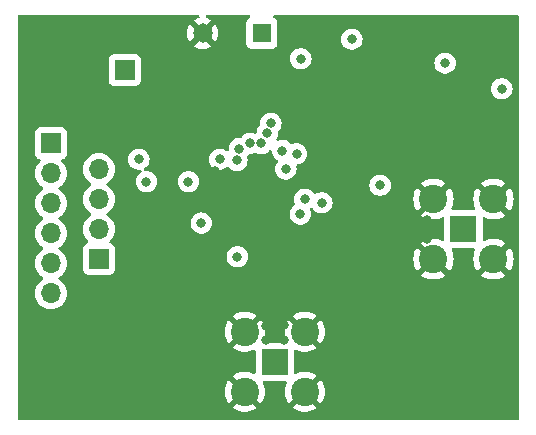
<source format=gbr>
%TF.GenerationSoftware,KiCad,Pcbnew,7.0.5*%
%TF.CreationDate,2023-11-05T09:22:56-05:00*%
%TF.ProjectId,radio,72616469-6f2e-46b6-9963-61645f706362,rev?*%
%TF.SameCoordinates,Original*%
%TF.FileFunction,Copper,L2,Inr*%
%TF.FilePolarity,Positive*%
%FSLAX46Y46*%
G04 Gerber Fmt 4.6, Leading zero omitted, Abs format (unit mm)*
G04 Created by KiCad (PCBNEW 7.0.5) date 2023-11-05 09:22:56*
%MOMM*%
%LPD*%
G01*
G04 APERTURE LIST*
%TA.AperFunction,ComponentPad*%
%ADD10R,1.700000X1.700000*%
%TD*%
%TA.AperFunction,ComponentPad*%
%ADD11O,1.700000X1.700000*%
%TD*%
%TA.AperFunction,ComponentPad*%
%ADD12R,2.250000X2.250000*%
%TD*%
%TA.AperFunction,ComponentPad*%
%ADD13C,2.400000*%
%TD*%
%TA.AperFunction,ComponentPad*%
%ADD14R,1.650000X1.650000*%
%TD*%
%TA.AperFunction,ComponentPad*%
%ADD15C,1.650000*%
%TD*%
%TA.AperFunction,ViaPad*%
%ADD16C,0.800000*%
%TD*%
G04 APERTURE END LIST*
D10*
%TO.N,Net-(J2-Pin_1)*%
%TO.C,J2*%
X105079800Y-90119200D03*
D11*
%TO.N,Net-(J2-Pin_2)*%
X105079800Y-87579200D03*
%TO.N,Net-(J2-Pin_3)*%
X105079800Y-85039200D03*
%TO.N,Net-(J2-Pin_4)*%
X105079800Y-82499200D03*
%TD*%
D10*
%TO.N,Antenna_State*%
%TO.C,J3*%
X107264200Y-74091800D03*
%TD*%
D12*
%TO.N,Power_Amp_In*%
%TO.C,J6*%
X119964200Y-98806000D03*
D13*
%TO.N,GND*%
X122504200Y-96266000D03*
X117424200Y-96266000D03*
X117424200Y-101346000D03*
X122504200Y-101346000D03*
%TD*%
D12*
%TO.N,LNA_OUTPUT*%
%TO.C,J5*%
X135940800Y-87579200D03*
D13*
%TO.N,GND*%
X133400800Y-85039200D03*
X133400800Y-90119200D03*
X138480800Y-90119200D03*
X138480800Y-85039200D03*
%TD*%
D10*
%TO.N,/DIO0*%
%TO.C,J1*%
X101015800Y-80314800D03*
D11*
%TO.N,/DIO1*%
X101015800Y-82854800D03*
%TO.N,/DIO2*%
X101015800Y-85394800D03*
%TO.N,/DIO3*%
X101015800Y-87934800D03*
%TO.N,/DIO4*%
X101015800Y-90474800D03*
%TO.N,/DIO5*%
X101015800Y-93014800D03*
%TD*%
D14*
%TO.N,+3.3V*%
%TO.C,J4*%
X118849300Y-70993000D03*
D15*
%TO.N,GND*%
X113849300Y-70993000D03*
%TD*%
D16*
%TO.N,GND*%
X128828800Y-86817200D03*
X129540000Y-94488000D03*
X129032000Y-89916000D03*
X131394200Y-86817200D03*
X130073400Y-86817200D03*
X112268000Y-92456000D03*
X100076000Y-71628000D03*
X110744000Y-102616000D03*
X131064000Y-100584000D03*
X111760000Y-90932000D03*
X120777000Y-90792300D03*
X130556000Y-79248000D03*
X126263400Y-86817200D03*
X120777000Y-93256100D03*
X134620000Y-95504000D03*
X107696000Y-90932000D03*
X120980200Y-88442800D03*
X127000000Y-101092000D03*
X139018507Y-70787274D03*
X105156000Y-76708000D03*
X112776000Y-96520000D03*
X103632000Y-98044000D03*
X102108000Y-96520000D03*
X114300000Y-88900000D03*
X132842000Y-86817200D03*
X136652000Y-93472000D03*
X133096000Y-80264000D03*
X135128000Y-97536000D03*
X125831600Y-81355100D03*
X140208000Y-74168000D03*
X135082844Y-78731483D03*
X114808000Y-95504000D03*
X117856000Y-76708000D03*
X138176000Y-79248000D03*
X112776000Y-98552000D03*
X120777000Y-95719900D03*
X120777000Y-89560400D03*
X124714000Y-71755000D03*
X105156000Y-100076000D03*
X108712000Y-98044000D03*
X132816600Y-88442800D03*
X114808000Y-92964000D03*
X128803400Y-82574300D03*
X119227600Y-93306900D03*
X123469400Y-88442800D03*
X116840000Y-92964000D03*
X137160000Y-80264000D03*
X122224800Y-88442800D03*
X106172000Y-98044000D03*
X119227600Y-95770700D03*
X135255000Y-71425900D03*
X119227600Y-90843100D03*
X129032000Y-78232000D03*
X134620000Y-101092000D03*
X111252000Y-94488000D03*
X114808000Y-100076000D03*
X124790200Y-88442800D03*
X135229600Y-76277300D03*
X113792000Y-76708000D03*
X120777000Y-96951800D03*
X124815600Y-86817200D03*
X127508000Y-97536000D03*
X131572000Y-97536000D03*
X107188000Y-99568000D03*
X99568000Y-96012000D03*
X131368800Y-88442800D03*
X127584200Y-86817200D03*
X108712000Y-94488000D03*
X119227600Y-89611200D03*
X114935000Y-82677000D03*
X109220000Y-88900000D03*
X104140000Y-102108000D03*
X127508000Y-80264000D03*
X138176000Y-96520000D03*
X130048000Y-88442800D03*
X100076000Y-75184000D03*
X124460000Y-91948000D03*
X120777000Y-92024200D03*
X100076000Y-98552000D03*
X104648000Y-96012000D03*
X132588000Y-93472000D03*
X125984000Y-93980000D03*
X110236000Y-92456000D03*
X135128000Y-81280000D03*
X126238000Y-88442800D03*
X125552200Y-80161300D03*
X119227600Y-97002600D03*
X102108000Y-100076000D03*
X113284000Y-94488000D03*
X110744000Y-97536000D03*
X107460319Y-76490342D03*
X100076000Y-101092000D03*
X107696000Y-102108000D03*
X128803400Y-88442800D03*
X103632000Y-70612000D03*
X125984000Y-89916000D03*
X137160000Y-99568000D03*
X128016000Y-91948000D03*
X111013348Y-76781872D03*
X119227600Y-94538800D03*
X107188000Y-96012000D03*
X101600000Y-102616000D03*
X109728000Y-100076000D03*
X131572000Y-81788000D03*
X129311700Y-71526700D03*
X122936000Y-89916000D03*
X110744000Y-87884000D03*
X112776000Y-101092000D03*
X119227600Y-92075000D03*
X109728000Y-96012000D03*
X101611486Y-73684360D03*
X114808000Y-97536000D03*
X120777000Y-94488000D03*
X127558800Y-88442800D03*
%TO.N,Net-(U1-VR_DIG)*%
X122503519Y-85051400D03*
X121818400Y-81203800D03*
%TO.N,Net-(U1-VR_ANA)*%
X123952000Y-85344000D03*
X120611900Y-80924400D03*
%TO.N,+3.3V*%
X112649000Y-83566000D03*
X122174000Y-73152000D03*
X139192000Y-75692000D03*
X108458000Y-81661000D03*
X109093000Y-83566000D03*
X115316000Y-81661000D03*
X122123200Y-86308100D03*
X116789200Y-89916000D03*
X128879600Y-83869700D03*
%TO.N,Antenna_State*%
X126492000Y-71501000D03*
X113741200Y-87071200D03*
%TO.N,/DIO0*%
X119634000Y-78613000D03*
%TO.N,/DIO1*%
X119316155Y-79483277D03*
%TO.N,/DIO2*%
X118831598Y-80316858D03*
%TO.N,/DIO3*%
X117905121Y-80310031D03*
%TO.N,/DIO4*%
X116967000Y-80765100D03*
%TO.N,/DIO5*%
X116755700Y-81764312D03*
%TO.N,Net-(U1-~{RESET})*%
X134391400Y-73534100D03*
X120904000Y-82499200D03*
%TD*%
%TA.AperFunction,Conductor*%
%TO.N,GND*%
G36*
X113540838Y-69489185D02*
G01*
X113586593Y-69541989D01*
X113596537Y-69611147D01*
X113567512Y-69674703D01*
X113508734Y-69712477D01*
X113505892Y-69713275D01*
X113394399Y-69743148D01*
X113394390Y-69743152D01*
X113184271Y-69841132D01*
X113184269Y-69841133D01*
X113105877Y-69896024D01*
X113105876Y-69896024D01*
X113601765Y-70391913D01*
X113533671Y-70418874D01*
X113400808Y-70515405D01*
X113296125Y-70641945D01*
X113247668Y-70744920D01*
X112752324Y-70249576D01*
X112752324Y-70249577D01*
X112697433Y-70327969D01*
X112697432Y-70327971D01*
X112599452Y-70538090D01*
X112599448Y-70538099D01*
X112539447Y-70762031D01*
X112539445Y-70762041D01*
X112519239Y-70992999D01*
X112519239Y-70993000D01*
X112539445Y-71223958D01*
X112539447Y-71223968D01*
X112599448Y-71447900D01*
X112599452Y-71447909D01*
X112697432Y-71658029D01*
X112697433Y-71658031D01*
X112752323Y-71736422D01*
X112752324Y-71736423D01*
X113246752Y-71241994D01*
X113256488Y-71271956D01*
X113344486Y-71410619D01*
X113464203Y-71523040D01*
X113598810Y-71597041D01*
X113105875Y-72089975D01*
X113184273Y-72144868D01*
X113394390Y-72242847D01*
X113394399Y-72242851D01*
X113618331Y-72302852D01*
X113618341Y-72302854D01*
X113849299Y-72323061D01*
X113849301Y-72323061D01*
X114080258Y-72302854D01*
X114080268Y-72302852D01*
X114304200Y-72242851D01*
X114304209Y-72242847D01*
X114514330Y-72144867D01*
X114592723Y-72089975D01*
X114096834Y-71594086D01*
X114164929Y-71567126D01*
X114297792Y-71470595D01*
X114402475Y-71344055D01*
X114450931Y-71241079D01*
X114946275Y-71736423D01*
X115001167Y-71658030D01*
X115099147Y-71447909D01*
X115099151Y-71447900D01*
X115159152Y-71223968D01*
X115159154Y-71223958D01*
X115179361Y-70993000D01*
X115179361Y-70992999D01*
X115159154Y-70762041D01*
X115159152Y-70762031D01*
X115099151Y-70538099D01*
X115099147Y-70538090D01*
X115001168Y-70327972D01*
X114946274Y-70249576D01*
X114451846Y-70744004D01*
X114442112Y-70714044D01*
X114354114Y-70575381D01*
X114234397Y-70462960D01*
X114099789Y-70388958D01*
X114592723Y-69896024D01*
X114592722Y-69896023D01*
X114514331Y-69841133D01*
X114514329Y-69841132D01*
X114304209Y-69743152D01*
X114304200Y-69743148D01*
X114192708Y-69713275D01*
X114133048Y-69676910D01*
X114102518Y-69614064D01*
X114110812Y-69544688D01*
X114155297Y-69490810D01*
X114221849Y-69469535D01*
X114224801Y-69469500D01*
X117777571Y-69469500D01*
X117844610Y-69489185D01*
X117890365Y-69541989D01*
X117900309Y-69611147D01*
X117871284Y-69674703D01*
X117820904Y-69709682D01*
X117781971Y-69724202D01*
X117781964Y-69724206D01*
X117666755Y-69810452D01*
X117666752Y-69810455D01*
X117580506Y-69925664D01*
X117580502Y-69925671D01*
X117530208Y-70060517D01*
X117523801Y-70120116D01*
X117523801Y-70120123D01*
X117523800Y-70120135D01*
X117523800Y-71865870D01*
X117523801Y-71865876D01*
X117530208Y-71925483D01*
X117580502Y-72060328D01*
X117580506Y-72060335D01*
X117666752Y-72175544D01*
X117666755Y-72175547D01*
X117781964Y-72261793D01*
X117781971Y-72261797D01*
X117916817Y-72312091D01*
X117916816Y-72312091D01*
X117923744Y-72312835D01*
X117976427Y-72318500D01*
X119722172Y-72318499D01*
X119781783Y-72312091D01*
X119916631Y-72261796D01*
X120031846Y-72175546D01*
X120118096Y-72060331D01*
X120168391Y-71925483D01*
X120174800Y-71865873D01*
X120174800Y-71501000D01*
X125586540Y-71501000D01*
X125606326Y-71689256D01*
X125606327Y-71689259D01*
X125664818Y-71869277D01*
X125664821Y-71869284D01*
X125759467Y-72033216D01*
X125859998Y-72144867D01*
X125886129Y-72173888D01*
X126039265Y-72285148D01*
X126039270Y-72285151D01*
X126212192Y-72362142D01*
X126212197Y-72362144D01*
X126397354Y-72401500D01*
X126397355Y-72401500D01*
X126586644Y-72401500D01*
X126586646Y-72401500D01*
X126771803Y-72362144D01*
X126944730Y-72285151D01*
X127097871Y-72173888D01*
X127224533Y-72033216D01*
X127319179Y-71869284D01*
X127377674Y-71689256D01*
X127397460Y-71501000D01*
X127377674Y-71312744D01*
X127319179Y-71132716D01*
X127224533Y-70968784D01*
X127097871Y-70828112D01*
X127097870Y-70828111D01*
X126944734Y-70716851D01*
X126944729Y-70716848D01*
X126771807Y-70639857D01*
X126771802Y-70639855D01*
X126626001Y-70608865D01*
X126586646Y-70600500D01*
X126397354Y-70600500D01*
X126364897Y-70607398D01*
X126212197Y-70639855D01*
X126212192Y-70639857D01*
X126039270Y-70716848D01*
X126039265Y-70716851D01*
X125886129Y-70828111D01*
X125759466Y-70968785D01*
X125664821Y-71132715D01*
X125664818Y-71132722D01*
X125606327Y-71312740D01*
X125606326Y-71312744D01*
X125586540Y-71501000D01*
X120174800Y-71501000D01*
X120174799Y-70120128D01*
X120168391Y-70060517D01*
X120118096Y-69925669D01*
X120118095Y-69925668D01*
X120118093Y-69925664D01*
X120031847Y-69810455D01*
X120031844Y-69810452D01*
X119916635Y-69724206D01*
X119916628Y-69724202D01*
X119877696Y-69709682D01*
X119821763Y-69667811D01*
X119797345Y-69602347D01*
X119812196Y-69534074D01*
X119861601Y-69484668D01*
X119921029Y-69469500D01*
X140502600Y-69469500D01*
X140569639Y-69489185D01*
X140615394Y-69541989D01*
X140626600Y-69593500D01*
X140626600Y-103609100D01*
X140606915Y-103676139D01*
X140554111Y-103721894D01*
X140502600Y-103733100D01*
X98308200Y-103733100D01*
X98241161Y-103713415D01*
X98195406Y-103660611D01*
X98184200Y-103609100D01*
X98184200Y-101346004D01*
X115719433Y-101346004D01*
X115738473Y-101600079D01*
X115795168Y-101848477D01*
X115795173Y-101848494D01*
X115888258Y-102085671D01*
X115888257Y-102085671D01*
X116015657Y-102306332D01*
X116057652Y-102358993D01*
X116707538Y-101709107D01*
X116794777Y-101847948D01*
X116922252Y-101975423D01*
X117061090Y-102062660D01*
X116411013Y-102712737D01*
X116571823Y-102822375D01*
X116571824Y-102822376D01*
X116801376Y-102932921D01*
X116801374Y-102932921D01*
X117044852Y-103008024D01*
X117044858Y-103008026D01*
X117296795Y-103045999D01*
X117296804Y-103046000D01*
X117551596Y-103046000D01*
X117551604Y-103045999D01*
X117803541Y-103008026D01*
X117803547Y-103008024D01*
X118047024Y-102932921D01*
X118276581Y-102822373D01*
X118437385Y-102712737D01*
X117787308Y-102062661D01*
X117926148Y-101975423D01*
X118053623Y-101847948D01*
X118140861Y-101709108D01*
X118790745Y-102358993D01*
X118832745Y-102306327D01*
X118960141Y-102085671D01*
X119053226Y-101848494D01*
X119053231Y-101848477D01*
X119109926Y-101600079D01*
X119128967Y-101346004D01*
X119128967Y-101345995D01*
X119109926Y-101091920D01*
X119053231Y-100843522D01*
X119053226Y-100843505D01*
X118958447Y-100602010D01*
X118960251Y-100601301D01*
X118950223Y-100540341D01*
X118977955Y-100476210D01*
X119035956Y-100437254D01*
X119073287Y-100431499D01*
X120855107Y-100431499D01*
X120922146Y-100451184D01*
X120967901Y-100503988D01*
X120977845Y-100573146D01*
X120969147Y-100601693D01*
X120969953Y-100602010D01*
X120875173Y-100843505D01*
X120875168Y-100843522D01*
X120818473Y-101091920D01*
X120799433Y-101345995D01*
X120799433Y-101346004D01*
X120818473Y-101600079D01*
X120875168Y-101848477D01*
X120875173Y-101848494D01*
X120968258Y-102085671D01*
X120968257Y-102085671D01*
X121095657Y-102306332D01*
X121137652Y-102358993D01*
X121787538Y-101709107D01*
X121874777Y-101847948D01*
X122002252Y-101975423D01*
X122141090Y-102062661D01*
X121491013Y-102712737D01*
X121651823Y-102822375D01*
X121651824Y-102822376D01*
X121881376Y-102932921D01*
X121881374Y-102932921D01*
X122124852Y-103008024D01*
X122124858Y-103008026D01*
X122376795Y-103045999D01*
X122376804Y-103046000D01*
X122631596Y-103046000D01*
X122631604Y-103045999D01*
X122883541Y-103008026D01*
X122883547Y-103008024D01*
X123127024Y-102932921D01*
X123356581Y-102822373D01*
X123517385Y-102712737D01*
X122867308Y-102062661D01*
X123006148Y-101975423D01*
X123133623Y-101847948D01*
X123220861Y-101709109D01*
X123870745Y-102358993D01*
X123912745Y-102306327D01*
X124040141Y-102085671D01*
X124133226Y-101848494D01*
X124133231Y-101848477D01*
X124189926Y-101600079D01*
X124208967Y-101346004D01*
X124208967Y-101345995D01*
X124189926Y-101091920D01*
X124133231Y-100843522D01*
X124133226Y-100843505D01*
X124040141Y-100606328D01*
X124040142Y-100606328D01*
X123912744Y-100385671D01*
X123870746Y-100333006D01*
X123220861Y-100982890D01*
X123133623Y-100844052D01*
X123006148Y-100716577D01*
X122867308Y-100629338D01*
X123517385Y-99979261D01*
X123356577Y-99869624D01*
X123356576Y-99869623D01*
X123127023Y-99759078D01*
X123127025Y-99759078D01*
X122883547Y-99683975D01*
X122883541Y-99683973D01*
X122631604Y-99646000D01*
X122376795Y-99646000D01*
X122124858Y-99683973D01*
X122124852Y-99683975D01*
X121881375Y-99759078D01*
X121767500Y-99813918D01*
X121698559Y-99825270D01*
X121634425Y-99797548D01*
X121595459Y-99739552D01*
X121589699Y-99702203D01*
X121589699Y-97909801D01*
X121609384Y-97842763D01*
X121662188Y-97797008D01*
X121731346Y-97787064D01*
X121767500Y-97798082D01*
X121881376Y-97852921D01*
X121881374Y-97852921D01*
X122124852Y-97928024D01*
X122124858Y-97928026D01*
X122376795Y-97965999D01*
X122376804Y-97966000D01*
X122631596Y-97966000D01*
X122631604Y-97965999D01*
X122883541Y-97928026D01*
X122883547Y-97928024D01*
X123127024Y-97852921D01*
X123356581Y-97742373D01*
X123517385Y-97632737D01*
X122867308Y-96982661D01*
X123006148Y-96895423D01*
X123133623Y-96767948D01*
X123220861Y-96629109D01*
X123870745Y-97278993D01*
X123912745Y-97226327D01*
X124040141Y-97005671D01*
X124133226Y-96768494D01*
X124133231Y-96768477D01*
X124189926Y-96520079D01*
X124208967Y-96266004D01*
X124208967Y-96265995D01*
X124189926Y-96011920D01*
X124133231Y-95763522D01*
X124133226Y-95763505D01*
X124040141Y-95526328D01*
X124040142Y-95526328D01*
X123912744Y-95305671D01*
X123870746Y-95253006D01*
X123220861Y-95902890D01*
X123133623Y-95764052D01*
X123006148Y-95636577D01*
X122867307Y-95549337D01*
X123517385Y-94899261D01*
X123356577Y-94789624D01*
X123356576Y-94789623D01*
X123127023Y-94679078D01*
X123127025Y-94679078D01*
X122883547Y-94603975D01*
X122883541Y-94603973D01*
X122631604Y-94566000D01*
X122376795Y-94566000D01*
X122124858Y-94603973D01*
X122124852Y-94603975D01*
X121881375Y-94679078D01*
X121651824Y-94789623D01*
X121651816Y-94789628D01*
X121491013Y-94899261D01*
X122141091Y-95549338D01*
X122002252Y-95636577D01*
X121874777Y-95764052D01*
X121787538Y-95902891D01*
X121137653Y-95253006D01*
X121095655Y-95305670D01*
X120968258Y-95526328D01*
X120875173Y-95763505D01*
X120875168Y-95763522D01*
X120818473Y-96011920D01*
X120799433Y-96265995D01*
X120799433Y-96266004D01*
X120818473Y-96520079D01*
X120875168Y-96768477D01*
X120875173Y-96768494D01*
X120969953Y-97009990D01*
X120968140Y-97010701D01*
X120978182Y-97071618D01*
X120950471Y-97135758D01*
X120892482Y-97174733D01*
X120855107Y-97180500D01*
X119073293Y-97180500D01*
X119006254Y-97160815D01*
X118960499Y-97108011D01*
X118950555Y-97038853D01*
X118959256Y-97010307D01*
X118958447Y-97009990D01*
X119053226Y-96768494D01*
X119053231Y-96768477D01*
X119109926Y-96520079D01*
X119128967Y-96266004D01*
X119128967Y-96265995D01*
X119109926Y-96011920D01*
X119053231Y-95763522D01*
X119053226Y-95763505D01*
X118960141Y-95526328D01*
X118960142Y-95526328D01*
X118832744Y-95305671D01*
X118790745Y-95253005D01*
X118140860Y-95902890D01*
X118053623Y-95764052D01*
X117926148Y-95636577D01*
X117787308Y-95549338D01*
X118437385Y-94899261D01*
X118276577Y-94789624D01*
X118276576Y-94789623D01*
X118047023Y-94679078D01*
X118047025Y-94679078D01*
X117803547Y-94603975D01*
X117803541Y-94603973D01*
X117551604Y-94566000D01*
X117296795Y-94566000D01*
X117044858Y-94603973D01*
X117044852Y-94603975D01*
X116801375Y-94679078D01*
X116571824Y-94789623D01*
X116571816Y-94789628D01*
X116411013Y-94899261D01*
X117061091Y-95549338D01*
X116922252Y-95636577D01*
X116794777Y-95764052D01*
X116707538Y-95902891D01*
X116057653Y-95253006D01*
X116015655Y-95305670D01*
X115888258Y-95526328D01*
X115795173Y-95763505D01*
X115795168Y-95763522D01*
X115738473Y-96011920D01*
X115719433Y-96265995D01*
X115719433Y-96266004D01*
X115738473Y-96520079D01*
X115795168Y-96768477D01*
X115795173Y-96768494D01*
X115888258Y-97005671D01*
X115888257Y-97005671D01*
X116015657Y-97226332D01*
X116057652Y-97278993D01*
X116057653Y-97278993D01*
X116707538Y-96629108D01*
X116794777Y-96767948D01*
X116922252Y-96895423D01*
X117061090Y-96982661D01*
X116411013Y-97632737D01*
X116571823Y-97742375D01*
X116571824Y-97742376D01*
X116801376Y-97852921D01*
X116801374Y-97852921D01*
X117044852Y-97928024D01*
X117044858Y-97928026D01*
X117296795Y-97965999D01*
X117296804Y-97966000D01*
X117551596Y-97966000D01*
X117551604Y-97965999D01*
X117803541Y-97928026D01*
X117803547Y-97928024D01*
X118047021Y-97852922D01*
X118160898Y-97798082D01*
X118229839Y-97786730D01*
X118293974Y-97814452D01*
X118332940Y-97872447D01*
X118338700Y-97909802D01*
X118338700Y-99702197D01*
X118319015Y-99769236D01*
X118266211Y-99814991D01*
X118197053Y-99824935D01*
X118160899Y-99813917D01*
X118047023Y-99759078D01*
X118047025Y-99759078D01*
X117803547Y-99683975D01*
X117803541Y-99683973D01*
X117551604Y-99646000D01*
X117296795Y-99646000D01*
X117044858Y-99683973D01*
X117044852Y-99683975D01*
X116801375Y-99759078D01*
X116571824Y-99869623D01*
X116571816Y-99869628D01*
X116411013Y-99979261D01*
X117061091Y-100629338D01*
X116922252Y-100716577D01*
X116794777Y-100844052D01*
X116707538Y-100982891D01*
X116057653Y-100333006D01*
X116015655Y-100385670D01*
X115888258Y-100606328D01*
X115795173Y-100843505D01*
X115795168Y-100843522D01*
X115738473Y-101091920D01*
X115719433Y-101345995D01*
X115719433Y-101346004D01*
X98184200Y-101346004D01*
X98184200Y-93014800D01*
X99660141Y-93014800D01*
X99680736Y-93250203D01*
X99680738Y-93250213D01*
X99741894Y-93478455D01*
X99741896Y-93478459D01*
X99741897Y-93478463D01*
X99841764Y-93692630D01*
X99841765Y-93692630D01*
X99841767Y-93692634D01*
X99950081Y-93847321D01*
X99977305Y-93886201D01*
X100144399Y-94053295D01*
X100241184Y-94121064D01*
X100337965Y-94188832D01*
X100337967Y-94188833D01*
X100337970Y-94188835D01*
X100552137Y-94288703D01*
X100780392Y-94349863D01*
X100968718Y-94366339D01*
X101015799Y-94370459D01*
X101015800Y-94370459D01*
X101015801Y-94370459D01*
X101055034Y-94367026D01*
X101251208Y-94349863D01*
X101479463Y-94288703D01*
X101693630Y-94188835D01*
X101887201Y-94053295D01*
X102054295Y-93886201D01*
X102189835Y-93692630D01*
X102289703Y-93478463D01*
X102350863Y-93250208D01*
X102371459Y-93014800D01*
X102350863Y-92779392D01*
X102289703Y-92551137D01*
X102189835Y-92336971D01*
X102054295Y-92143399D01*
X102054294Y-92143397D01*
X101887202Y-91976306D01*
X101887196Y-91976301D01*
X101701642Y-91846375D01*
X101658017Y-91791798D01*
X101650823Y-91722300D01*
X101682346Y-91659945D01*
X101701642Y-91643225D01*
X101723826Y-91627691D01*
X101887201Y-91513295D01*
X102054295Y-91346201D01*
X102189835Y-91152630D01*
X102289703Y-90938463D01*
X102350863Y-90710208D01*
X102371459Y-90474800D01*
X102350863Y-90239392D01*
X102289703Y-90011137D01*
X102189835Y-89796971D01*
X102141360Y-89727740D01*
X102054294Y-89603397D01*
X101887202Y-89436306D01*
X101887196Y-89436301D01*
X101701642Y-89306375D01*
X101658017Y-89251798D01*
X101650823Y-89182300D01*
X101682346Y-89119945D01*
X101701642Y-89103225D01*
X101760880Y-89061746D01*
X101887201Y-88973295D01*
X102054295Y-88806201D01*
X102189835Y-88612630D01*
X102289703Y-88398463D01*
X102350863Y-88170208D01*
X102371459Y-87934800D01*
X102350863Y-87699392D01*
X102318658Y-87579200D01*
X103724141Y-87579200D01*
X103744736Y-87814603D01*
X103744738Y-87814613D01*
X103805894Y-88042855D01*
X103805896Y-88042859D01*
X103805897Y-88042863D01*
X103905764Y-88257030D01*
X103905765Y-88257030D01*
X103905767Y-88257034D01*
X104004798Y-88398464D01*
X104041301Y-88450596D01*
X104041306Y-88450602D01*
X104163230Y-88572526D01*
X104196715Y-88633849D01*
X104191731Y-88703541D01*
X104149859Y-88759474D01*
X104118883Y-88776389D01*
X103987469Y-88825403D01*
X103987464Y-88825406D01*
X103872255Y-88911652D01*
X103872252Y-88911655D01*
X103786006Y-89026864D01*
X103786002Y-89026871D01*
X103735708Y-89161717D01*
X103730469Y-89210454D01*
X103729301Y-89221323D01*
X103729300Y-89221335D01*
X103729300Y-91017070D01*
X103729301Y-91017076D01*
X103735708Y-91076683D01*
X103786002Y-91211528D01*
X103786006Y-91211535D01*
X103872252Y-91326744D01*
X103872255Y-91326747D01*
X103987464Y-91412993D01*
X103987471Y-91412997D01*
X104122317Y-91463291D01*
X104122316Y-91463291D01*
X104129244Y-91464035D01*
X104181927Y-91469700D01*
X105977672Y-91469699D01*
X106037283Y-91463291D01*
X106172131Y-91412996D01*
X106287346Y-91326746D01*
X106373596Y-91211531D01*
X106423891Y-91076683D01*
X106430300Y-91017073D01*
X106430299Y-89916000D01*
X115883740Y-89916000D01*
X115903526Y-90104256D01*
X115903527Y-90104259D01*
X115962018Y-90284277D01*
X115962021Y-90284284D01*
X116056667Y-90448216D01*
X116183328Y-90588887D01*
X116183329Y-90588888D01*
X116336465Y-90700148D01*
X116336470Y-90700151D01*
X116509392Y-90777142D01*
X116509397Y-90777144D01*
X116694554Y-90816500D01*
X116694555Y-90816500D01*
X116883844Y-90816500D01*
X116883846Y-90816500D01*
X117069003Y-90777144D01*
X117241930Y-90700151D01*
X117395071Y-90588888D01*
X117521733Y-90448216D01*
X117616379Y-90284284D01*
X117670017Y-90119204D01*
X131696033Y-90119204D01*
X131715073Y-90373279D01*
X131771768Y-90621677D01*
X131771773Y-90621694D01*
X131864858Y-90858871D01*
X131864857Y-90858871D01*
X131992257Y-91079532D01*
X132034252Y-91132193D01*
X132684138Y-90482307D01*
X132771377Y-90621148D01*
X132898852Y-90748623D01*
X133037690Y-90835860D01*
X132387613Y-91485937D01*
X132548423Y-91595575D01*
X132548424Y-91595576D01*
X132777976Y-91706121D01*
X132777974Y-91706121D01*
X133021452Y-91781224D01*
X133021458Y-91781226D01*
X133273395Y-91819199D01*
X133273404Y-91819200D01*
X133528196Y-91819200D01*
X133528204Y-91819199D01*
X133780141Y-91781226D01*
X133780147Y-91781224D01*
X134023624Y-91706121D01*
X134253181Y-91595573D01*
X134413985Y-91485937D01*
X133763908Y-90835861D01*
X133902748Y-90748623D01*
X134030223Y-90621148D01*
X134117461Y-90482308D01*
X134767345Y-91132193D01*
X134809345Y-91079527D01*
X134936741Y-90858871D01*
X135029826Y-90621694D01*
X135029831Y-90621677D01*
X135086526Y-90373279D01*
X135105567Y-90119204D01*
X135105567Y-90119195D01*
X135086526Y-89865120D01*
X135029831Y-89616722D01*
X135029826Y-89616705D01*
X134935047Y-89375210D01*
X134936851Y-89374501D01*
X134926823Y-89313541D01*
X134954555Y-89249410D01*
X135012556Y-89210454D01*
X135049887Y-89204699D01*
X136831707Y-89204699D01*
X136898746Y-89224384D01*
X136944501Y-89277188D01*
X136954445Y-89346346D01*
X136945747Y-89374893D01*
X136946553Y-89375210D01*
X136851773Y-89616705D01*
X136851768Y-89616722D01*
X136795073Y-89865120D01*
X136776033Y-90119195D01*
X136776033Y-90119204D01*
X136795073Y-90373279D01*
X136851768Y-90621677D01*
X136851773Y-90621694D01*
X136944858Y-90858871D01*
X136944857Y-90858871D01*
X137072257Y-91079532D01*
X137114252Y-91132193D01*
X137764138Y-90482307D01*
X137851377Y-90621148D01*
X137978852Y-90748623D01*
X138117690Y-90835861D01*
X137467613Y-91485937D01*
X137628423Y-91595575D01*
X137628424Y-91595576D01*
X137857976Y-91706121D01*
X137857974Y-91706121D01*
X138101452Y-91781224D01*
X138101458Y-91781226D01*
X138353395Y-91819199D01*
X138353404Y-91819200D01*
X138608196Y-91819200D01*
X138608204Y-91819199D01*
X138860141Y-91781226D01*
X138860147Y-91781224D01*
X139103624Y-91706121D01*
X139333181Y-91595573D01*
X139493985Y-91485937D01*
X138843908Y-90835861D01*
X138982748Y-90748623D01*
X139110223Y-90621148D01*
X139197461Y-90482308D01*
X139847345Y-91132193D01*
X139889345Y-91079527D01*
X140016741Y-90858871D01*
X140109826Y-90621694D01*
X140109831Y-90621677D01*
X140166526Y-90373279D01*
X140185567Y-90119204D01*
X140185567Y-90119195D01*
X140166526Y-89865120D01*
X140109831Y-89616722D01*
X140109826Y-89616705D01*
X140016741Y-89379528D01*
X140016742Y-89379528D01*
X139889344Y-89158871D01*
X139847346Y-89106206D01*
X139197461Y-89756090D01*
X139110223Y-89617252D01*
X138982748Y-89489777D01*
X138843908Y-89402538D01*
X139493985Y-88752461D01*
X139333177Y-88642824D01*
X139333176Y-88642823D01*
X139103623Y-88532278D01*
X139103625Y-88532278D01*
X138860147Y-88457175D01*
X138860141Y-88457173D01*
X138608204Y-88419200D01*
X138353395Y-88419200D01*
X138101458Y-88457173D01*
X138101452Y-88457175D01*
X137857975Y-88532278D01*
X137744100Y-88587118D01*
X137675159Y-88598470D01*
X137611025Y-88570748D01*
X137572059Y-88512752D01*
X137566299Y-88475403D01*
X137566299Y-86683001D01*
X137585984Y-86615963D01*
X137638788Y-86570208D01*
X137707946Y-86560264D01*
X137744100Y-86571282D01*
X137857976Y-86626121D01*
X137857974Y-86626121D01*
X138101452Y-86701224D01*
X138101458Y-86701226D01*
X138353395Y-86739199D01*
X138353404Y-86739200D01*
X138608196Y-86739200D01*
X138608204Y-86739199D01*
X138860141Y-86701226D01*
X138860147Y-86701224D01*
X139103624Y-86626121D01*
X139333181Y-86515573D01*
X139493985Y-86405937D01*
X138843908Y-85755861D01*
X138982748Y-85668623D01*
X139110223Y-85541148D01*
X139197461Y-85402308D01*
X139847345Y-86052193D01*
X139889345Y-85999527D01*
X140016741Y-85778871D01*
X140109826Y-85541694D01*
X140109831Y-85541677D01*
X140166526Y-85293279D01*
X140185567Y-85039204D01*
X140185567Y-85039195D01*
X140166526Y-84785120D01*
X140109831Y-84536722D01*
X140109826Y-84536705D01*
X140016741Y-84299528D01*
X140016742Y-84299528D01*
X139889344Y-84078871D01*
X139847345Y-84026205D01*
X139197460Y-84676090D01*
X139110223Y-84537252D01*
X138982748Y-84409777D01*
X138843907Y-84322537D01*
X139493985Y-83672461D01*
X139333177Y-83562824D01*
X139333176Y-83562823D01*
X139103623Y-83452278D01*
X139103625Y-83452278D01*
X138860147Y-83377175D01*
X138860141Y-83377173D01*
X138608204Y-83339200D01*
X138353395Y-83339200D01*
X138101458Y-83377173D01*
X138101452Y-83377175D01*
X137857975Y-83452278D01*
X137628424Y-83562823D01*
X137628416Y-83562828D01*
X137467613Y-83672461D01*
X138117691Y-84322538D01*
X137978852Y-84409777D01*
X137851377Y-84537252D01*
X137764138Y-84676091D01*
X137114253Y-84026206D01*
X137072255Y-84078870D01*
X136944858Y-84299528D01*
X136851773Y-84536705D01*
X136851768Y-84536722D01*
X136795073Y-84785120D01*
X136776033Y-85039195D01*
X136776033Y-85039204D01*
X136795073Y-85293279D01*
X136851768Y-85541677D01*
X136851773Y-85541694D01*
X136946553Y-85783190D01*
X136944740Y-85783901D01*
X136954782Y-85844818D01*
X136927071Y-85908958D01*
X136869082Y-85947933D01*
X136831707Y-85953700D01*
X135049893Y-85953700D01*
X134982854Y-85934015D01*
X134937099Y-85881211D01*
X134927155Y-85812053D01*
X134935856Y-85783507D01*
X134935047Y-85783190D01*
X135029826Y-85541694D01*
X135029831Y-85541677D01*
X135086526Y-85293279D01*
X135105567Y-85039204D01*
X135105567Y-85039195D01*
X135086526Y-84785120D01*
X135029831Y-84536722D01*
X135029826Y-84536705D01*
X134936741Y-84299528D01*
X134936742Y-84299528D01*
X134809344Y-84078871D01*
X134767345Y-84026205D01*
X134117460Y-84676090D01*
X134030223Y-84537252D01*
X133902748Y-84409777D01*
X133763908Y-84322538D01*
X134413985Y-83672461D01*
X134253177Y-83562824D01*
X134253176Y-83562823D01*
X134023623Y-83452278D01*
X134023625Y-83452278D01*
X133780147Y-83377175D01*
X133780141Y-83377173D01*
X133528204Y-83339200D01*
X133273395Y-83339200D01*
X133021458Y-83377173D01*
X133021452Y-83377175D01*
X132777975Y-83452278D01*
X132548424Y-83562823D01*
X132548416Y-83562828D01*
X132387613Y-83672461D01*
X133037691Y-84322538D01*
X132898852Y-84409777D01*
X132771377Y-84537252D01*
X132684138Y-84676091D01*
X132034253Y-84026206D01*
X131992255Y-84078870D01*
X131864858Y-84299528D01*
X131771773Y-84536705D01*
X131771768Y-84536722D01*
X131715073Y-84785120D01*
X131696033Y-85039195D01*
X131696033Y-85039204D01*
X131715073Y-85293279D01*
X131771768Y-85541677D01*
X131771773Y-85541694D01*
X131864858Y-85778871D01*
X131864857Y-85778871D01*
X131992257Y-85999532D01*
X132034252Y-86052193D01*
X132034253Y-86052193D01*
X132684138Y-85402308D01*
X132771377Y-85541148D01*
X132898852Y-85668623D01*
X133037690Y-85755861D01*
X132387613Y-86405937D01*
X132548423Y-86515575D01*
X132548424Y-86515576D01*
X132777976Y-86626121D01*
X132777974Y-86626121D01*
X133021452Y-86701224D01*
X133021458Y-86701226D01*
X133273395Y-86739199D01*
X133273404Y-86739200D01*
X133528196Y-86739200D01*
X133528204Y-86739199D01*
X133780141Y-86701226D01*
X133780147Y-86701224D01*
X134023621Y-86626122D01*
X134137498Y-86571282D01*
X134206439Y-86559930D01*
X134270574Y-86587652D01*
X134309540Y-86645647D01*
X134315300Y-86683002D01*
X134315300Y-88475397D01*
X134295615Y-88542436D01*
X134242811Y-88588191D01*
X134173653Y-88598135D01*
X134137499Y-88587117D01*
X134023623Y-88532278D01*
X134023625Y-88532278D01*
X133780147Y-88457175D01*
X133780141Y-88457173D01*
X133528204Y-88419200D01*
X133273395Y-88419200D01*
X133021458Y-88457173D01*
X133021452Y-88457175D01*
X132777975Y-88532278D01*
X132548424Y-88642823D01*
X132548416Y-88642828D01*
X132387613Y-88752461D01*
X133037691Y-89402538D01*
X132898852Y-89489777D01*
X132771377Y-89617252D01*
X132684139Y-89756090D01*
X132034253Y-89106206D01*
X131992255Y-89158870D01*
X131864858Y-89379528D01*
X131771773Y-89616705D01*
X131771768Y-89616722D01*
X131715073Y-89865120D01*
X131696033Y-90119195D01*
X131696033Y-90119204D01*
X117670017Y-90119204D01*
X117674874Y-90104256D01*
X117694660Y-89916000D01*
X117674874Y-89727744D01*
X117616379Y-89547716D01*
X117521733Y-89383784D01*
X117395071Y-89243112D01*
X117373308Y-89227300D01*
X117241934Y-89131851D01*
X117241929Y-89131848D01*
X117069007Y-89054857D01*
X117069002Y-89054855D01*
X116923200Y-89023865D01*
X116883846Y-89015500D01*
X116694554Y-89015500D01*
X116662097Y-89022398D01*
X116509397Y-89054855D01*
X116509392Y-89054857D01*
X116336470Y-89131848D01*
X116336465Y-89131851D01*
X116183329Y-89243111D01*
X116056666Y-89383785D01*
X115962021Y-89547715D01*
X115962018Y-89547722D01*
X115903527Y-89727740D01*
X115903526Y-89727744D01*
X115883740Y-89916000D01*
X106430299Y-89916000D01*
X106430299Y-89221328D01*
X106423891Y-89161717D01*
X106422829Y-89158870D01*
X106373597Y-89026871D01*
X106373593Y-89026864D01*
X106287347Y-88911655D01*
X106287344Y-88911652D01*
X106172135Y-88825406D01*
X106172128Y-88825402D01*
X106040717Y-88776389D01*
X105984783Y-88734518D01*
X105960366Y-88669053D01*
X105975218Y-88600780D01*
X105996363Y-88572532D01*
X106118295Y-88450601D01*
X106253835Y-88257030D01*
X106353703Y-88042863D01*
X106414863Y-87814608D01*
X106435459Y-87579200D01*
X106414863Y-87343792D01*
X106353703Y-87115537D01*
X106333028Y-87071200D01*
X112835740Y-87071200D01*
X112855526Y-87259456D01*
X112855527Y-87259459D01*
X112914018Y-87439477D01*
X112914021Y-87439484D01*
X113008667Y-87603416D01*
X113095088Y-87699396D01*
X113135329Y-87744088D01*
X113288465Y-87855348D01*
X113288470Y-87855351D01*
X113461392Y-87932342D01*
X113461397Y-87932344D01*
X113646554Y-87971700D01*
X113646555Y-87971700D01*
X113835844Y-87971700D01*
X113835846Y-87971700D01*
X114021003Y-87932344D01*
X114193930Y-87855351D01*
X114347071Y-87744088D01*
X114473733Y-87603416D01*
X114568379Y-87439484D01*
X114626874Y-87259456D01*
X114646660Y-87071200D01*
X114626874Y-86882944D01*
X114568379Y-86702916D01*
X114473733Y-86538984D01*
X114347071Y-86398312D01*
X114341212Y-86394055D01*
X114222905Y-86308100D01*
X121217740Y-86308100D01*
X121237526Y-86496356D01*
X121237527Y-86496359D01*
X121296018Y-86676377D01*
X121296021Y-86676384D01*
X121390667Y-86840316D01*
X121517329Y-86980988D01*
X121670465Y-87092248D01*
X121670470Y-87092251D01*
X121843392Y-87169242D01*
X121843397Y-87169244D01*
X122028554Y-87208600D01*
X122028555Y-87208600D01*
X122217844Y-87208600D01*
X122217846Y-87208600D01*
X122403003Y-87169244D01*
X122575930Y-87092251D01*
X122729071Y-86980988D01*
X122855733Y-86840316D01*
X122950379Y-86676384D01*
X123008874Y-86496356D01*
X123028660Y-86308100D01*
X123008874Y-86119844D01*
X122954890Y-85953700D01*
X122951932Y-85944595D01*
X122949937Y-85874754D01*
X122986017Y-85814921D01*
X122996962Y-85805970D01*
X123013730Y-85793788D01*
X123079532Y-85770309D01*
X123147586Y-85786134D01*
X123194000Y-85832106D01*
X123219467Y-85876216D01*
X123346129Y-86016888D01*
X123499265Y-86128148D01*
X123499270Y-86128151D01*
X123672192Y-86205142D01*
X123672197Y-86205144D01*
X123857354Y-86244500D01*
X123857355Y-86244500D01*
X124046644Y-86244500D01*
X124046646Y-86244500D01*
X124231803Y-86205144D01*
X124404730Y-86128151D01*
X124557871Y-86016888D01*
X124684533Y-85876216D01*
X124779179Y-85712284D01*
X124837674Y-85532256D01*
X124857460Y-85344000D01*
X124837674Y-85155744D01*
X124779179Y-84975716D01*
X124684533Y-84811784D01*
X124557871Y-84671112D01*
X124557870Y-84671111D01*
X124404734Y-84559851D01*
X124404729Y-84559848D01*
X124231807Y-84482857D01*
X124231802Y-84482855D01*
X124086001Y-84451865D01*
X124046646Y-84443500D01*
X123857354Y-84443500D01*
X123824897Y-84450398D01*
X123672197Y-84482855D01*
X123672192Y-84482857D01*
X123499270Y-84559848D01*
X123499266Y-84559851D01*
X123441789Y-84601610D01*
X123375983Y-84625089D01*
X123307929Y-84609263D01*
X123261518Y-84563292D01*
X123249564Y-84542588D01*
X123236052Y-84519184D01*
X123109390Y-84378512D01*
X123109389Y-84378511D01*
X122956253Y-84267251D01*
X122956248Y-84267248D01*
X122783326Y-84190257D01*
X122783321Y-84190255D01*
X122637519Y-84159265D01*
X122598165Y-84150900D01*
X122408873Y-84150900D01*
X122376416Y-84157798D01*
X122223716Y-84190255D01*
X122223711Y-84190257D01*
X122050789Y-84267248D01*
X122050784Y-84267251D01*
X121897648Y-84378511D01*
X121770985Y-84519185D01*
X121676340Y-84683115D01*
X121676337Y-84683122D01*
X121618848Y-84860057D01*
X121617845Y-84863144D01*
X121598059Y-85051400D01*
X121617845Y-85239656D01*
X121617846Y-85239659D01*
X121674786Y-85414904D01*
X121676781Y-85484745D01*
X121640700Y-85544578D01*
X121629741Y-85553540D01*
X121517327Y-85635213D01*
X121390666Y-85775885D01*
X121296021Y-85939815D01*
X121296018Y-85939822D01*
X121251221Y-86077695D01*
X121237526Y-86119844D01*
X121217740Y-86308100D01*
X114222905Y-86308100D01*
X114193934Y-86287051D01*
X114193929Y-86287048D01*
X114021007Y-86210057D01*
X114021002Y-86210055D01*
X113875201Y-86179065D01*
X113835846Y-86170700D01*
X113646554Y-86170700D01*
X113614097Y-86177598D01*
X113461397Y-86210055D01*
X113461392Y-86210057D01*
X113288470Y-86287048D01*
X113288465Y-86287051D01*
X113135329Y-86398311D01*
X113008666Y-86538985D01*
X112914021Y-86702915D01*
X112914018Y-86702922D01*
X112855527Y-86882940D01*
X112855526Y-86882944D01*
X112835740Y-87071200D01*
X106333028Y-87071200D01*
X106253835Y-86901371D01*
X106250289Y-86896306D01*
X106118294Y-86707797D01*
X105951202Y-86540706D01*
X105951201Y-86540705D01*
X105765642Y-86410775D01*
X105765641Y-86410774D01*
X105722016Y-86356197D01*
X105714824Y-86286698D01*
X105746346Y-86224344D01*
X105765636Y-86207628D01*
X105951201Y-86077695D01*
X106118295Y-85910601D01*
X106253835Y-85717030D01*
X106353703Y-85502863D01*
X106414863Y-85274608D01*
X106435459Y-85039200D01*
X106414863Y-84803792D01*
X106353703Y-84575537D01*
X106253835Y-84361371D01*
X106250289Y-84356306D01*
X106118294Y-84167797D01*
X105951202Y-84000706D01*
X105951201Y-84000705D01*
X105765642Y-83870775D01*
X105765641Y-83870774D01*
X105722016Y-83816197D01*
X105714824Y-83746698D01*
X105746346Y-83684344D01*
X105765636Y-83667628D01*
X105951201Y-83537695D01*
X106118295Y-83370601D01*
X106253835Y-83177030D01*
X106353703Y-82962863D01*
X106414863Y-82734608D01*
X106435459Y-82499200D01*
X106414863Y-82263792D01*
X106368426Y-82090485D01*
X106353705Y-82035544D01*
X106353704Y-82035543D01*
X106353703Y-82035537D01*
X106253835Y-81821371D01*
X106231299Y-81789185D01*
X106141543Y-81661000D01*
X107552540Y-81661000D01*
X107572326Y-81849256D01*
X107572327Y-81849259D01*
X107630818Y-82029277D01*
X107630821Y-82029284D01*
X107725467Y-82193216D01*
X107831470Y-82310944D01*
X107852129Y-82333888D01*
X108005265Y-82445148D01*
X108005270Y-82445151D01*
X108178192Y-82522142D01*
X108178197Y-82522144D01*
X108363354Y-82561500D01*
X108363355Y-82561500D01*
X108559145Y-82561500D01*
X108559145Y-82563620D01*
X108618131Y-82574392D01*
X108669167Y-82622111D01*
X108686302Y-82689847D01*
X108664097Y-82756094D01*
X108635277Y-82785476D01*
X108487127Y-82893113D01*
X108360466Y-83033785D01*
X108265821Y-83197715D01*
X108265818Y-83197722D01*
X108207511Y-83377175D01*
X108207326Y-83377744D01*
X108187540Y-83566000D01*
X108207326Y-83754256D01*
X108207327Y-83754259D01*
X108265818Y-83934277D01*
X108265821Y-83934284D01*
X108360467Y-84098216D01*
X108470811Y-84220765D01*
X108487129Y-84238888D01*
X108640265Y-84350148D01*
X108640270Y-84350151D01*
X108813192Y-84427142D01*
X108813197Y-84427144D01*
X108998354Y-84466500D01*
X108998355Y-84466500D01*
X109187644Y-84466500D01*
X109187646Y-84466500D01*
X109372803Y-84427144D01*
X109545730Y-84350151D01*
X109698871Y-84238888D01*
X109825533Y-84098216D01*
X109920179Y-83934284D01*
X109978674Y-83754256D01*
X109998460Y-83566000D01*
X111743540Y-83566000D01*
X111763326Y-83754256D01*
X111763327Y-83754259D01*
X111821818Y-83934277D01*
X111821821Y-83934284D01*
X111916467Y-84098216D01*
X112026811Y-84220765D01*
X112043129Y-84238888D01*
X112196265Y-84350148D01*
X112196270Y-84350151D01*
X112369192Y-84427142D01*
X112369197Y-84427144D01*
X112554354Y-84466500D01*
X112554355Y-84466500D01*
X112743644Y-84466500D01*
X112743646Y-84466500D01*
X112928803Y-84427144D01*
X113101730Y-84350151D01*
X113254871Y-84238888D01*
X113381533Y-84098216D01*
X113476179Y-83934284D01*
X113497164Y-83869700D01*
X127974140Y-83869700D01*
X127993926Y-84057956D01*
X127993927Y-84057959D01*
X128052418Y-84237977D01*
X128052421Y-84237984D01*
X128147067Y-84401916D01*
X128184510Y-84443500D01*
X128273729Y-84542588D01*
X128426865Y-84653848D01*
X128426870Y-84653851D01*
X128599792Y-84730842D01*
X128599797Y-84730844D01*
X128784954Y-84770200D01*
X128784955Y-84770200D01*
X128974244Y-84770200D01*
X128974246Y-84770200D01*
X129159403Y-84730844D01*
X129332330Y-84653851D01*
X129485471Y-84542588D01*
X129612133Y-84401916D01*
X129706779Y-84237984D01*
X129765274Y-84057956D01*
X129785060Y-83869700D01*
X129765274Y-83681444D01*
X129706779Y-83501416D01*
X129612133Y-83337484D01*
X129485471Y-83196812D01*
X129458249Y-83177034D01*
X129332334Y-83085551D01*
X129332329Y-83085548D01*
X129159407Y-83008557D01*
X129159402Y-83008555D01*
X129013601Y-82977565D01*
X128974246Y-82969200D01*
X128784954Y-82969200D01*
X128752497Y-82976098D01*
X128599797Y-83008555D01*
X128599792Y-83008557D01*
X128426870Y-83085548D01*
X128426865Y-83085551D01*
X128273729Y-83196811D01*
X128147066Y-83337485D01*
X128052421Y-83501415D01*
X128052418Y-83501422D01*
X127996593Y-83673235D01*
X127993926Y-83681444D01*
X127974140Y-83869700D01*
X113497164Y-83869700D01*
X113534674Y-83754256D01*
X113554460Y-83566000D01*
X113534674Y-83377744D01*
X113476179Y-83197716D01*
X113381533Y-83033784D01*
X113254871Y-82893112D01*
X113254870Y-82893111D01*
X113101734Y-82781851D01*
X113101729Y-82781848D01*
X112928807Y-82704857D01*
X112928802Y-82704855D01*
X112783000Y-82673865D01*
X112743646Y-82665500D01*
X112554354Y-82665500D01*
X112521897Y-82672398D01*
X112369197Y-82704855D01*
X112369192Y-82704857D01*
X112196270Y-82781848D01*
X112196265Y-82781851D01*
X112043129Y-82893111D01*
X111916466Y-83033785D01*
X111821821Y-83197715D01*
X111821818Y-83197722D01*
X111763511Y-83377175D01*
X111763326Y-83377744D01*
X111743540Y-83566000D01*
X109998460Y-83566000D01*
X109978674Y-83377744D01*
X109920179Y-83197716D01*
X109825533Y-83033784D01*
X109698871Y-82893112D01*
X109698870Y-82893111D01*
X109545734Y-82781851D01*
X109545729Y-82781848D01*
X109372807Y-82704857D01*
X109372802Y-82704855D01*
X109227000Y-82673865D01*
X109187646Y-82665500D01*
X108998354Y-82665500D01*
X108991855Y-82665500D01*
X108991855Y-82663387D01*
X108932830Y-82652588D01*
X108881811Y-82604852D01*
X108864698Y-82537110D01*
X108886926Y-82470870D01*
X108915721Y-82441524D01*
X109063871Y-82333888D01*
X109190533Y-82193216D01*
X109285179Y-82029284D01*
X109343674Y-81849256D01*
X109363460Y-81661000D01*
X114410540Y-81661000D01*
X114430326Y-81849256D01*
X114430327Y-81849259D01*
X114488818Y-82029277D01*
X114488821Y-82029284D01*
X114583467Y-82193216D01*
X114689470Y-82310944D01*
X114710129Y-82333888D01*
X114863265Y-82445148D01*
X114863270Y-82445151D01*
X115036192Y-82522142D01*
X115036197Y-82522144D01*
X115221354Y-82561500D01*
X115221355Y-82561500D01*
X115410644Y-82561500D01*
X115410646Y-82561500D01*
X115595803Y-82522144D01*
X115768730Y-82445151D01*
X115913119Y-82340246D01*
X115978921Y-82316768D01*
X116046975Y-82332593D01*
X116078151Y-82357594D01*
X116149829Y-82437200D01*
X116302965Y-82548460D01*
X116302970Y-82548463D01*
X116475892Y-82625454D01*
X116475897Y-82625456D01*
X116661054Y-82664812D01*
X116661055Y-82664812D01*
X116850344Y-82664812D01*
X116850346Y-82664812D01*
X117035503Y-82625456D01*
X117208430Y-82548463D01*
X117361571Y-82437200D01*
X117488233Y-82296528D01*
X117582879Y-82132596D01*
X117641374Y-81952568D01*
X117661160Y-81764312D01*
X117641374Y-81576056D01*
X117612365Y-81486779D01*
X117610371Y-81416939D01*
X117638146Y-81365491D01*
X117699533Y-81297316D01*
X117713842Y-81272530D01*
X117764408Y-81224316D01*
X117821229Y-81210531D01*
X117999765Y-81210531D01*
X117999767Y-81210531D01*
X118184924Y-81171175D01*
X118310259Y-81115371D01*
X118379505Y-81106086D01*
X118411126Y-81115371D01*
X118551795Y-81178002D01*
X118736952Y-81217358D01*
X118736953Y-81217358D01*
X118926242Y-81217358D01*
X118926244Y-81217358D01*
X119111401Y-81178002D01*
X119284328Y-81101009D01*
X119437469Y-80989746D01*
X119498117Y-80922388D01*
X119557602Y-80885741D01*
X119627459Y-80887071D01*
X119685508Y-80925958D01*
X119713318Y-80990054D01*
X119713585Y-80992390D01*
X119726226Y-81112656D01*
X119728192Y-81118709D01*
X119784718Y-81292677D01*
X119784721Y-81292684D01*
X119879367Y-81456616D01*
X119893889Y-81472744D01*
X120006029Y-81597288D01*
X120159165Y-81708548D01*
X120159167Y-81708549D01*
X120159170Y-81708551D01*
X120178138Y-81716996D01*
X120231375Y-81762246D01*
X120251696Y-81829095D01*
X120232651Y-81896318D01*
X120219852Y-81913247D01*
X120171466Y-81966985D01*
X120076821Y-82130915D01*
X120076818Y-82130922D01*
X120018327Y-82310940D01*
X120018326Y-82310944D01*
X119998540Y-82499200D01*
X120018326Y-82687456D01*
X120018327Y-82687459D01*
X120076818Y-82867477D01*
X120076821Y-82867484D01*
X120171467Y-83031416D01*
X120298128Y-83172087D01*
X120298129Y-83172088D01*
X120451265Y-83283348D01*
X120451270Y-83283351D01*
X120624192Y-83360342D01*
X120624197Y-83360344D01*
X120809354Y-83399700D01*
X120809355Y-83399700D01*
X120998644Y-83399700D01*
X120998646Y-83399700D01*
X121183803Y-83360344D01*
X121356730Y-83283351D01*
X121509871Y-83172088D01*
X121636533Y-83031416D01*
X121731179Y-82867484D01*
X121789674Y-82687456D01*
X121809460Y-82499200D01*
X121789674Y-82310944D01*
X121784989Y-82296526D01*
X121775272Y-82266617D01*
X121773277Y-82196776D01*
X121809358Y-82136944D01*
X121872059Y-82106116D01*
X121893203Y-82104300D01*
X121913044Y-82104300D01*
X121913046Y-82104300D01*
X122098203Y-82064944D01*
X122271130Y-81987951D01*
X122424271Y-81876688D01*
X122550933Y-81736016D01*
X122645579Y-81572084D01*
X122704074Y-81392056D01*
X122723860Y-81203800D01*
X122704074Y-81015544D01*
X122645579Y-80835516D01*
X122550933Y-80671584D01*
X122424271Y-80530912D01*
X122424270Y-80530911D01*
X122271134Y-80419651D01*
X122271129Y-80419648D01*
X122098207Y-80342657D01*
X122098202Y-80342655D01*
X121952400Y-80311665D01*
X121913046Y-80303300D01*
X121723754Y-80303300D01*
X121691297Y-80310198D01*
X121538597Y-80342655D01*
X121450464Y-80381895D01*
X121381214Y-80391179D01*
X121317938Y-80361551D01*
X121307879Y-80351587D01*
X121299838Y-80342657D01*
X121217771Y-80251512D01*
X121217770Y-80251511D01*
X121064634Y-80140251D01*
X121064629Y-80140248D01*
X120891707Y-80063257D01*
X120891702Y-80063255D01*
X120745901Y-80032265D01*
X120706546Y-80023900D01*
X120517254Y-80023900D01*
X120467275Y-80034523D01*
X120332099Y-80063255D01*
X120262152Y-80094398D01*
X120192902Y-80103682D01*
X120129625Y-80074054D01*
X120092412Y-80014919D01*
X120093077Y-79945052D01*
X120104324Y-79919128D01*
X120143334Y-79851561D01*
X120201829Y-79671533D01*
X120221615Y-79483277D01*
X120210716Y-79379579D01*
X120223286Y-79310852D01*
X120241881Y-79283655D01*
X120366533Y-79145216D01*
X120461179Y-78981284D01*
X120519674Y-78801256D01*
X120539460Y-78613000D01*
X120519674Y-78424744D01*
X120461179Y-78244716D01*
X120366533Y-78080784D01*
X120239871Y-77940112D01*
X120239870Y-77940111D01*
X120086734Y-77828851D01*
X120086729Y-77828848D01*
X119913807Y-77751857D01*
X119913802Y-77751855D01*
X119768000Y-77720865D01*
X119728646Y-77712500D01*
X119539354Y-77712500D01*
X119506897Y-77719398D01*
X119354197Y-77751855D01*
X119354192Y-77751857D01*
X119181270Y-77828848D01*
X119181265Y-77828851D01*
X119028129Y-77940111D01*
X118901466Y-78080785D01*
X118806821Y-78244715D01*
X118806818Y-78244722D01*
X118748327Y-78424740D01*
X118748326Y-78424744D01*
X118728540Y-78613000D01*
X118739438Y-78716696D01*
X118726868Y-78785425D01*
X118708267Y-78812628D01*
X118583621Y-78951062D01*
X118488976Y-79114992D01*
X118488973Y-79114999D01*
X118430482Y-79295017D01*
X118430481Y-79295021D01*
X118428674Y-79312214D01*
X118421895Y-79376714D01*
X118395310Y-79441329D01*
X118338012Y-79481313D01*
X118268193Y-79483973D01*
X118248139Y-79477032D01*
X118184923Y-79448886D01*
X118034511Y-79416916D01*
X117999767Y-79409531D01*
X117810475Y-79409531D01*
X117778018Y-79416429D01*
X117625318Y-79448886D01*
X117625313Y-79448888D01*
X117452391Y-79525879D01*
X117452386Y-79525882D01*
X117299250Y-79637142D01*
X117172586Y-79777816D01*
X117158278Y-79802600D01*
X117107711Y-79850816D01*
X117050891Y-79864600D01*
X116872354Y-79864600D01*
X116839897Y-79871498D01*
X116687197Y-79903955D01*
X116687192Y-79903957D01*
X116514270Y-79980948D01*
X116514265Y-79980951D01*
X116361129Y-80092211D01*
X116234466Y-80232885D01*
X116139821Y-80396815D01*
X116139818Y-80396822D01*
X116096250Y-80530912D01*
X116081326Y-80576844D01*
X116071369Y-80671584D01*
X116061540Y-80765100D01*
X116069352Y-80839433D01*
X116056782Y-80908162D01*
X116009049Y-80959186D01*
X115941309Y-80976303D01*
X115875068Y-80954080D01*
X115873146Y-80952711D01*
X115768734Y-80876851D01*
X115768729Y-80876848D01*
X115595807Y-80799857D01*
X115595802Y-80799855D01*
X115432287Y-80765100D01*
X115410646Y-80760500D01*
X115221354Y-80760500D01*
X115199713Y-80765100D01*
X115036197Y-80799855D01*
X115036192Y-80799857D01*
X114863270Y-80876848D01*
X114863265Y-80876851D01*
X114710129Y-80988111D01*
X114583466Y-81128785D01*
X114488821Y-81292715D01*
X114488818Y-81292722D01*
X114434237Y-81460706D01*
X114430326Y-81472744D01*
X114410540Y-81661000D01*
X109363460Y-81661000D01*
X109343674Y-81472744D01*
X109285179Y-81292716D01*
X109190533Y-81128784D01*
X109063871Y-80988112D01*
X109063870Y-80988111D01*
X108910734Y-80876851D01*
X108910729Y-80876848D01*
X108737807Y-80799857D01*
X108737802Y-80799855D01*
X108574287Y-80765100D01*
X108552646Y-80760500D01*
X108363354Y-80760500D01*
X108341713Y-80765100D01*
X108178197Y-80799855D01*
X108178192Y-80799857D01*
X108005270Y-80876848D01*
X108005265Y-80876851D01*
X107852129Y-80988111D01*
X107725466Y-81128785D01*
X107630821Y-81292715D01*
X107630818Y-81292722D01*
X107576237Y-81460706D01*
X107572326Y-81472744D01*
X107552540Y-81661000D01*
X106141543Y-81661000D01*
X106118294Y-81627797D01*
X105951202Y-81460706D01*
X105951195Y-81460701D01*
X105757634Y-81325167D01*
X105757630Y-81325165D01*
X105697910Y-81297317D01*
X105543463Y-81225297D01*
X105543459Y-81225296D01*
X105543455Y-81225294D01*
X105315213Y-81164138D01*
X105315203Y-81164136D01*
X105079801Y-81143541D01*
X105079799Y-81143541D01*
X104844396Y-81164136D01*
X104844386Y-81164138D01*
X104616144Y-81225294D01*
X104616135Y-81225298D01*
X104401971Y-81325164D01*
X104401969Y-81325165D01*
X104208397Y-81460705D01*
X104041305Y-81627797D01*
X103905765Y-81821369D01*
X103905764Y-81821371D01*
X103805898Y-82035535D01*
X103805894Y-82035544D01*
X103744738Y-82263786D01*
X103744736Y-82263796D01*
X103724141Y-82499199D01*
X103724141Y-82499200D01*
X103744736Y-82734603D01*
X103744738Y-82734613D01*
X103805894Y-82962855D01*
X103805896Y-82962859D01*
X103805897Y-82962863D01*
X103903461Y-83172088D01*
X103905765Y-83177030D01*
X103905767Y-83177034D01*
X104041301Y-83370595D01*
X104041306Y-83370602D01*
X104208397Y-83537693D01*
X104208403Y-83537698D01*
X104393958Y-83667625D01*
X104437583Y-83722202D01*
X104444777Y-83791700D01*
X104413254Y-83854055D01*
X104393958Y-83870775D01*
X104208397Y-84000705D01*
X104041305Y-84167797D01*
X103905765Y-84361369D01*
X103905764Y-84361371D01*
X103805898Y-84575535D01*
X103805894Y-84575544D01*
X103744738Y-84803786D01*
X103744736Y-84803796D01*
X103724141Y-85039199D01*
X103724141Y-85039200D01*
X103744736Y-85274603D01*
X103744738Y-85274613D01*
X103805894Y-85502855D01*
X103805896Y-85502859D01*
X103805897Y-85502863D01*
X103901793Y-85708511D01*
X103905765Y-85717030D01*
X103905767Y-85717034D01*
X104041301Y-85910595D01*
X104041306Y-85910602D01*
X104208397Y-86077693D01*
X104208403Y-86077698D01*
X104393958Y-86207625D01*
X104437583Y-86262202D01*
X104444777Y-86331700D01*
X104413254Y-86394055D01*
X104393958Y-86410775D01*
X104208397Y-86540705D01*
X104041305Y-86707797D01*
X103905765Y-86901369D01*
X103905764Y-86901371D01*
X103805898Y-87115535D01*
X103805894Y-87115544D01*
X103744738Y-87343786D01*
X103744736Y-87343796D01*
X103724141Y-87579199D01*
X103724141Y-87579200D01*
X102318658Y-87579200D01*
X102289703Y-87471137D01*
X102189835Y-87256971D01*
X102155966Y-87208600D01*
X102054294Y-87063397D01*
X101887202Y-86896306D01*
X101887196Y-86896301D01*
X101701642Y-86766375D01*
X101658017Y-86711798D01*
X101650823Y-86642300D01*
X101682346Y-86579945D01*
X101701642Y-86563225D01*
X101736262Y-86538984D01*
X101887201Y-86433295D01*
X102054295Y-86266201D01*
X102189835Y-86072630D01*
X102289703Y-85858463D01*
X102350863Y-85630208D01*
X102371459Y-85394800D01*
X102350863Y-85159392D01*
X102301648Y-84975716D01*
X102289705Y-84931144D01*
X102289704Y-84931143D01*
X102289703Y-84931137D01*
X102189835Y-84716971D01*
X102157725Y-84671112D01*
X102054294Y-84523397D01*
X101887202Y-84356306D01*
X101887196Y-84356301D01*
X101701642Y-84226375D01*
X101658017Y-84171798D01*
X101650823Y-84102300D01*
X101682346Y-84039945D01*
X101701642Y-84023225D01*
X101733804Y-84000705D01*
X101887201Y-83893295D01*
X102054295Y-83726201D01*
X102189835Y-83532630D01*
X102289703Y-83318463D01*
X102350863Y-83090208D01*
X102371459Y-82854800D01*
X102350863Y-82619392D01*
X102289703Y-82391137D01*
X102189835Y-82176971D01*
X102158763Y-82132596D01*
X102054296Y-81983400D01*
X102023464Y-81952568D01*
X101932367Y-81861471D01*
X101898884Y-81800151D01*
X101903868Y-81730459D01*
X101945739Y-81674525D01*
X101976715Y-81657610D01*
X102108131Y-81608596D01*
X102223346Y-81522346D01*
X102309596Y-81407131D01*
X102359891Y-81272283D01*
X102366300Y-81212673D01*
X102366299Y-79416928D01*
X102359891Y-79357317D01*
X102309596Y-79222469D01*
X102309595Y-79222468D01*
X102309593Y-79222464D01*
X102223347Y-79107255D01*
X102223344Y-79107252D01*
X102108135Y-79021006D01*
X102108128Y-79021002D01*
X101973282Y-78970708D01*
X101973283Y-78970708D01*
X101913683Y-78964301D01*
X101913681Y-78964300D01*
X101913673Y-78964300D01*
X101913664Y-78964300D01*
X100117929Y-78964300D01*
X100117923Y-78964301D01*
X100058316Y-78970708D01*
X99923471Y-79021002D01*
X99923464Y-79021006D01*
X99808255Y-79107252D01*
X99808252Y-79107255D01*
X99722006Y-79222464D01*
X99722002Y-79222471D01*
X99671708Y-79357317D01*
X99669315Y-79379581D01*
X99665301Y-79416923D01*
X99665300Y-79416935D01*
X99665300Y-81212670D01*
X99665301Y-81212676D01*
X99671708Y-81272283D01*
X99722002Y-81407128D01*
X99722006Y-81407135D01*
X99808252Y-81522344D01*
X99808255Y-81522347D01*
X99923464Y-81608593D01*
X99923471Y-81608597D01*
X100054881Y-81657610D01*
X100110815Y-81699481D01*
X100135232Y-81764945D01*
X100120380Y-81833218D01*
X100099230Y-81861473D01*
X99977303Y-81983400D01*
X99841765Y-82176969D01*
X99841764Y-82176971D01*
X99741898Y-82391135D01*
X99741894Y-82391144D01*
X99680738Y-82619386D01*
X99680736Y-82619396D01*
X99660141Y-82854799D01*
X99660141Y-82854800D01*
X99680736Y-83090203D01*
X99680738Y-83090213D01*
X99741894Y-83318455D01*
X99741896Y-83318459D01*
X99741897Y-83318463D01*
X99841764Y-83532629D01*
X99841765Y-83532630D01*
X99841767Y-83532634D01*
X99977301Y-83726195D01*
X99977306Y-83726202D01*
X100144397Y-83893293D01*
X100144403Y-83893298D01*
X100329958Y-84023225D01*
X100373583Y-84077802D01*
X100380777Y-84147300D01*
X100349254Y-84209655D01*
X100329958Y-84226375D01*
X100144397Y-84356305D01*
X99977305Y-84523397D01*
X99841765Y-84716969D01*
X99841764Y-84716971D01*
X99741898Y-84931135D01*
X99741894Y-84931144D01*
X99680738Y-85159386D01*
X99680736Y-85159396D01*
X99660141Y-85394799D01*
X99660141Y-85394800D01*
X99680736Y-85630203D01*
X99680738Y-85630213D01*
X99741894Y-85858455D01*
X99741896Y-85858459D01*
X99741897Y-85858463D01*
X99815772Y-86016888D01*
X99841765Y-86072630D01*
X99841767Y-86072634D01*
X99977301Y-86266195D01*
X99977306Y-86266202D01*
X100144397Y-86433293D01*
X100144403Y-86433298D01*
X100329958Y-86563225D01*
X100373583Y-86617802D01*
X100380777Y-86687300D01*
X100349254Y-86749655D01*
X100329958Y-86766375D01*
X100144397Y-86896305D01*
X99977305Y-87063397D01*
X99841765Y-87256969D01*
X99841764Y-87256971D01*
X99741898Y-87471135D01*
X99741894Y-87471144D01*
X99680738Y-87699386D01*
X99680736Y-87699396D01*
X99660141Y-87934799D01*
X99660141Y-87934800D01*
X99680736Y-88170203D01*
X99680738Y-88170213D01*
X99741894Y-88398455D01*
X99741896Y-88398459D01*
X99741897Y-88398463D01*
X99795191Y-88512752D01*
X99841765Y-88612630D01*
X99841767Y-88612634D01*
X99977301Y-88806195D01*
X99977306Y-88806202D01*
X100144397Y-88973293D01*
X100144403Y-88973298D01*
X100329958Y-89103225D01*
X100373583Y-89157802D01*
X100380777Y-89227300D01*
X100349254Y-89289655D01*
X100329958Y-89306375D01*
X100144397Y-89436305D01*
X99977305Y-89603397D01*
X99841765Y-89796969D01*
X99841764Y-89796971D01*
X99741898Y-90011135D01*
X99741894Y-90011144D01*
X99680738Y-90239386D01*
X99680736Y-90239396D01*
X99660141Y-90474799D01*
X99660141Y-90474800D01*
X99680736Y-90710203D01*
X99680738Y-90710213D01*
X99741894Y-90938455D01*
X99741896Y-90938459D01*
X99741897Y-90938463D01*
X99807679Y-91079532D01*
X99841765Y-91152630D01*
X99841767Y-91152634D01*
X99950081Y-91307321D01*
X99963682Y-91326746D01*
X99977301Y-91346195D01*
X99977306Y-91346202D01*
X100144397Y-91513293D01*
X100144403Y-91513298D01*
X100329958Y-91643225D01*
X100373583Y-91697802D01*
X100380777Y-91767300D01*
X100349254Y-91829655D01*
X100329958Y-91846375D01*
X100144397Y-91976305D01*
X99977305Y-92143397D01*
X99841765Y-92336969D01*
X99841764Y-92336971D01*
X99741898Y-92551135D01*
X99741894Y-92551144D01*
X99680738Y-92779386D01*
X99680736Y-92779396D01*
X99660141Y-93014799D01*
X99660141Y-93014800D01*
X98184200Y-93014800D01*
X98184200Y-75692000D01*
X138286540Y-75692000D01*
X138306326Y-75880256D01*
X138306327Y-75880259D01*
X138364818Y-76060277D01*
X138364821Y-76060284D01*
X138459467Y-76224216D01*
X138586129Y-76364887D01*
X138586129Y-76364888D01*
X138739265Y-76476148D01*
X138739270Y-76476151D01*
X138912192Y-76553142D01*
X138912197Y-76553144D01*
X139097354Y-76592500D01*
X139097355Y-76592500D01*
X139286644Y-76592500D01*
X139286646Y-76592500D01*
X139471803Y-76553144D01*
X139644730Y-76476151D01*
X139797871Y-76364888D01*
X139924533Y-76224216D01*
X140019179Y-76060284D01*
X140077674Y-75880256D01*
X140097460Y-75692000D01*
X140077674Y-75503744D01*
X140019179Y-75323716D01*
X139924533Y-75159784D01*
X139797871Y-75019112D01*
X139797870Y-75019111D01*
X139644734Y-74907851D01*
X139644729Y-74907848D01*
X139471807Y-74830857D01*
X139471802Y-74830855D01*
X139326000Y-74799865D01*
X139286646Y-74791500D01*
X139097354Y-74791500D01*
X139064897Y-74798398D01*
X138912197Y-74830855D01*
X138912192Y-74830857D01*
X138739270Y-74907848D01*
X138739265Y-74907851D01*
X138586129Y-75019111D01*
X138459466Y-75159785D01*
X138364821Y-75323715D01*
X138364818Y-75323722D01*
X138326290Y-75442300D01*
X138306326Y-75503744D01*
X138286540Y-75692000D01*
X98184200Y-75692000D01*
X98184200Y-74989670D01*
X105913700Y-74989670D01*
X105913701Y-74989676D01*
X105920108Y-75049283D01*
X105970402Y-75184128D01*
X105970406Y-75184135D01*
X106056652Y-75299344D01*
X106056655Y-75299347D01*
X106171864Y-75385593D01*
X106171871Y-75385597D01*
X106306717Y-75435891D01*
X106306716Y-75435891D01*
X106313644Y-75436635D01*
X106366327Y-75442300D01*
X108162072Y-75442299D01*
X108221683Y-75435891D01*
X108356531Y-75385596D01*
X108471746Y-75299346D01*
X108557996Y-75184131D01*
X108608291Y-75049283D01*
X108614700Y-74989673D01*
X108614699Y-73193928D01*
X108610192Y-73152000D01*
X121268540Y-73152000D01*
X121288326Y-73340256D01*
X121288327Y-73340259D01*
X121346818Y-73520277D01*
X121346821Y-73520284D01*
X121441467Y-73684216D01*
X121568128Y-73824887D01*
X121568129Y-73824888D01*
X121721265Y-73936148D01*
X121721270Y-73936151D01*
X121894192Y-74013142D01*
X121894197Y-74013144D01*
X122079354Y-74052500D01*
X122079355Y-74052500D01*
X122268644Y-74052500D01*
X122268646Y-74052500D01*
X122453803Y-74013144D01*
X122626730Y-73936151D01*
X122779871Y-73824888D01*
X122906533Y-73684216D01*
X122993202Y-73534100D01*
X133485940Y-73534100D01*
X133505726Y-73722356D01*
X133505727Y-73722359D01*
X133564218Y-73902377D01*
X133564221Y-73902384D01*
X133658867Y-74066316D01*
X133785528Y-74206988D01*
X133785529Y-74206988D01*
X133938665Y-74318248D01*
X133938670Y-74318251D01*
X134111592Y-74395242D01*
X134111597Y-74395244D01*
X134296754Y-74434600D01*
X134296755Y-74434600D01*
X134486044Y-74434600D01*
X134486046Y-74434600D01*
X134671203Y-74395244D01*
X134844130Y-74318251D01*
X134997271Y-74206988D01*
X135123933Y-74066316D01*
X135218579Y-73902384D01*
X135277074Y-73722356D01*
X135296860Y-73534100D01*
X135277074Y-73345844D01*
X135218579Y-73165816D01*
X135123933Y-73001884D01*
X134997271Y-72861212D01*
X134997270Y-72861211D01*
X134844134Y-72749951D01*
X134844129Y-72749948D01*
X134671207Y-72672957D01*
X134671202Y-72672955D01*
X134525400Y-72641965D01*
X134486046Y-72633600D01*
X134296754Y-72633600D01*
X134264297Y-72640498D01*
X134111597Y-72672955D01*
X134111592Y-72672957D01*
X133938670Y-72749948D01*
X133938665Y-72749951D01*
X133785529Y-72861211D01*
X133658866Y-73001885D01*
X133564221Y-73165815D01*
X133564218Y-73165822D01*
X133505727Y-73345840D01*
X133505726Y-73345844D01*
X133485940Y-73534100D01*
X122993202Y-73534100D01*
X123001179Y-73520284D01*
X123059674Y-73340256D01*
X123079460Y-73152000D01*
X123059674Y-72963744D01*
X123001179Y-72783716D01*
X122906533Y-72619784D01*
X122779871Y-72479112D01*
X122779870Y-72479111D01*
X122626734Y-72367851D01*
X122626729Y-72367848D01*
X122453807Y-72290857D01*
X122453802Y-72290855D01*
X122308000Y-72259865D01*
X122268646Y-72251500D01*
X122079354Y-72251500D01*
X122046897Y-72258398D01*
X121894197Y-72290855D01*
X121894192Y-72290857D01*
X121721270Y-72367848D01*
X121721265Y-72367851D01*
X121568129Y-72479111D01*
X121441466Y-72619785D01*
X121346821Y-72783715D01*
X121346818Y-72783722D01*
X121288327Y-72963740D01*
X121288326Y-72963744D01*
X121268540Y-73152000D01*
X108610192Y-73152000D01*
X108608291Y-73134317D01*
X108557996Y-72999469D01*
X108557995Y-72999468D01*
X108557993Y-72999464D01*
X108471747Y-72884255D01*
X108471744Y-72884252D01*
X108356535Y-72798006D01*
X108356528Y-72798002D01*
X108221682Y-72747708D01*
X108221683Y-72747708D01*
X108162083Y-72741301D01*
X108162081Y-72741300D01*
X108162073Y-72741300D01*
X108162064Y-72741300D01*
X106366329Y-72741300D01*
X106366323Y-72741301D01*
X106306716Y-72747708D01*
X106171871Y-72798002D01*
X106171864Y-72798006D01*
X106056655Y-72884252D01*
X106056652Y-72884255D01*
X105970406Y-72999464D01*
X105970402Y-72999471D01*
X105920108Y-73134317D01*
X105913701Y-73193916D01*
X105913701Y-73193923D01*
X105913700Y-73193935D01*
X105913700Y-74989670D01*
X98184200Y-74989670D01*
X98184200Y-69593500D01*
X98203885Y-69526461D01*
X98256689Y-69480706D01*
X98308200Y-69469500D01*
X113473799Y-69469500D01*
X113540838Y-69489185D01*
G37*
%TD.AperFunction*%
%TD*%
M02*

</source>
